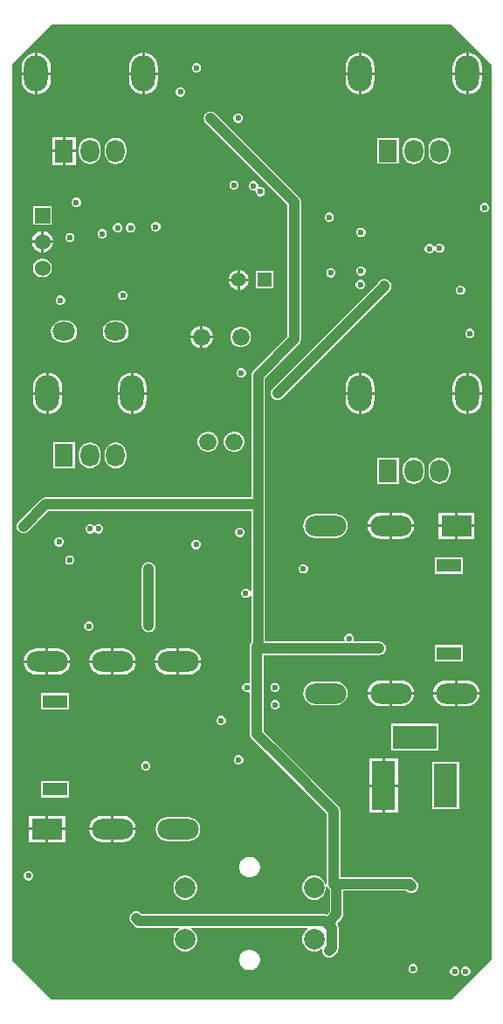
<source format=gbr>
%TF.GenerationSoftware,Altium Limited,Altium Designer,23.4.1 (23)*%
G04 Layer_Physical_Order=3*
G04 Layer_Color=16440176*
%FSLAX26Y26*%
%MOIN*%
%TF.SameCoordinates,0B69EAEB-4B52-49E6-8846-B3B3CADC8916*%
%TF.FilePolarity,Positive*%
%TF.FileFunction,Copper,L3,Inr,Signal*%
%TF.Part,Single*%
G01*
G75*
%TA.AperFunction,Conductor*%
%ADD23C,0.039370*%
%TA.AperFunction,ComponentPad*%
%ADD26C,0.066000*%
%ADD27R,0.094488X0.051181*%
%ADD28O,0.157480X0.078740*%
%ADD29R,0.118110X0.078740*%
%ADD30O,0.086614X0.070866*%
%ADD31O,0.090551X0.137795*%
%ADD32O,0.070866X0.086614*%
%ADD33R,0.070866X0.086614*%
%ADD34C,0.078740*%
%ADD35R,0.055118X0.055118*%
%ADD36C,0.055118*%
%ADD37R,0.090551X0.188976*%
%ADD38R,0.169291X0.090551*%
%ADD39R,0.090551X0.169291*%
%ADD40C,0.060000*%
%ADD41R,0.060000X0.060000*%
%TA.AperFunction,ViaPad*%
%ADD42C,0.023622*%
G36*
X1800988Y3578520D02*
Y161637D01*
X1649386Y10035D01*
X122267Y10035D01*
X-29335Y161637D01*
Y3578520D01*
X122267Y3730122D01*
X1649386Y3730122D01*
X1800988Y3578520D01*
D02*
G37*
%LPC*%
G36*
X1713674Y3622035D02*
Y3548319D01*
X1764427D01*
Y3566941D01*
X1762527Y3581370D01*
X1756957Y3594817D01*
X1748097Y3606364D01*
X1736551Y3615224D01*
X1723104Y3620794D01*
X1713674Y3622035D01*
D02*
G37*
G36*
X477454Y3622035D02*
Y3548319D01*
X528206D01*
Y3566941D01*
X526307Y3581370D01*
X520737Y3594817D01*
X511877Y3606364D01*
X500330Y3615224D01*
X486884Y3620794D01*
X477454Y3622035D01*
D02*
G37*
G36*
X467454Y3622035D02*
X458024Y3620794D01*
X444577Y3615224D01*
X433031Y3606364D01*
X424171Y3594817D01*
X418601Y3581370D01*
X416701Y3566941D01*
Y3548319D01*
X467454D01*
Y3622035D01*
D02*
G37*
G36*
X1703674D02*
X1694244Y3620794D01*
X1680798Y3615224D01*
X1669251Y3606364D01*
X1660391Y3594817D01*
X1654821Y3581370D01*
X1652922Y3566941D01*
Y3548319D01*
X1703674D01*
Y3622035D01*
D02*
G37*
G36*
X1304225D02*
Y3548319D01*
X1354978D01*
Y3566941D01*
X1353078Y3581370D01*
X1347509Y3594817D01*
X1338648Y3606364D01*
X1327102Y3615224D01*
X1313655Y3620794D01*
X1304225Y3622035D01*
D02*
G37*
G36*
X1294225D02*
X1284796Y3620794D01*
X1271349Y3615224D01*
X1259802Y3606364D01*
X1250942Y3594817D01*
X1245372Y3581370D01*
X1243473Y3566941D01*
Y3548319D01*
X1294225D01*
Y3622035D01*
D02*
G37*
G36*
X68005D02*
Y3548319D01*
X118757D01*
Y3566941D01*
X116858Y3581370D01*
X111288Y3594817D01*
X102428Y3606364D01*
X90881Y3615224D01*
X77435Y3620794D01*
X68005Y3622035D01*
D02*
G37*
G36*
X58005D02*
X48575Y3620794D01*
X35129Y3615224D01*
X23582Y3606364D01*
X14722Y3594817D01*
X9152Y3581370D01*
X7252Y3566941D01*
Y3548319D01*
X58005D01*
Y3622035D01*
D02*
G37*
G36*
X678721Y3582677D02*
X671673D01*
X665161Y3579980D01*
X660178Y3574996D01*
X657480Y3568485D01*
Y3561437D01*
X660178Y3554925D01*
X665161Y3549941D01*
X671673Y3547244D01*
X678721D01*
X685232Y3549941D01*
X690216Y3554925D01*
X692913Y3561437D01*
Y3568485D01*
X690216Y3574996D01*
X685232Y3579980D01*
X678721Y3582677D01*
D02*
G37*
G36*
X467454Y3538319D02*
X416701D01*
Y3519697D01*
X418601Y3505267D01*
X424171Y3491820D01*
X433031Y3480274D01*
X444577Y3471414D01*
X458024Y3465844D01*
X467454Y3464602D01*
Y3538319D01*
D02*
G37*
G36*
X1764427D02*
X1713674D01*
Y3464602D01*
X1723104Y3465844D01*
X1736551Y3471414D01*
X1748097Y3480274D01*
X1756957Y3491820D01*
X1762527Y3505267D01*
X1764427Y3519697D01*
Y3538319D01*
D02*
G37*
G36*
X1354978Y3538319D02*
X1304225D01*
Y3464602D01*
X1313655Y3465844D01*
X1327102Y3471414D01*
X1338648Y3480274D01*
X1347509Y3491820D01*
X1353078Y3505267D01*
X1354978Y3519697D01*
Y3538319D01*
D02*
G37*
G36*
X1294225D02*
X1243473D01*
Y3519697D01*
X1245372Y3505267D01*
X1250942Y3491820D01*
X1259802Y3480274D01*
X1271349Y3471414D01*
X1284796Y3465844D01*
X1294225Y3464602D01*
Y3538319D01*
D02*
G37*
G36*
X118757D02*
X68005D01*
Y3464602D01*
X77435Y3465844D01*
X90881Y3471414D01*
X102428Y3480274D01*
X111288Y3491820D01*
X116858Y3505267D01*
X118757Y3519697D01*
Y3538319D01*
D02*
G37*
G36*
X58005D02*
X7252D01*
Y3519697D01*
X9152Y3505267D01*
X14722Y3491820D01*
X23582Y3480274D01*
X35129Y3471414D01*
X48575Y3465844D01*
X58005Y3464602D01*
Y3538319D01*
D02*
G37*
G36*
X1703674Y3538319D02*
X1652922D01*
Y3519697D01*
X1654821Y3505267D01*
X1660391Y3491820D01*
X1669251Y3480274D01*
X1680798Y3471414D01*
X1694244Y3465844D01*
X1703674Y3464602D01*
Y3538319D01*
D02*
G37*
G36*
X528206D02*
X477454D01*
Y3464602D01*
X486884Y3465844D01*
X500330Y3471414D01*
X511877Y3480274D01*
X520737Y3491820D01*
X526307Y3505267D01*
X528206Y3519697D01*
Y3538319D01*
D02*
G37*
G36*
X617697Y3490157D02*
X610649D01*
X604138Y3487460D01*
X599154Y3482477D01*
X596457Y3475965D01*
Y3468917D01*
X599154Y3462405D01*
X604138Y3457422D01*
X610649Y3454724D01*
X617697D01*
X624209Y3457422D01*
X629192Y3462405D01*
X631890Y3468917D01*
Y3475965D01*
X629192Y3482477D01*
X624209Y3487460D01*
X617697Y3490157D01*
D02*
G37*
G36*
X837185Y3390748D02*
X830137D01*
X823626Y3388051D01*
X818642Y3383067D01*
X815945Y3376555D01*
Y3369508D01*
X818642Y3362996D01*
X823626Y3358012D01*
X830137Y3355315D01*
X837185D01*
X843697Y3358012D01*
X848681Y3362996D01*
X851378Y3369508D01*
Y3376555D01*
X848681Y3383067D01*
X843697Y3388051D01*
X837185Y3390748D01*
D02*
G37*
G36*
X214737Y3301350D02*
X174304D01*
Y3253043D01*
X214737D01*
Y3301350D01*
D02*
G37*
G36*
X164304D02*
X123871D01*
Y3253043D01*
X164304D01*
Y3301350D01*
D02*
G37*
G36*
X1446863Y3297256D02*
X1364186D01*
Y3198831D01*
X1446863D01*
Y3297256D01*
D02*
G37*
G36*
X1602375Y3297612D02*
X1591584Y3296192D01*
X1581527Y3292026D01*
X1572892Y3285400D01*
X1566266Y3276765D01*
X1562101Y3266709D01*
X1560680Y3255917D01*
Y3240169D01*
X1562101Y3229378D01*
X1566266Y3219321D01*
X1572892Y3210686D01*
X1581527Y3204060D01*
X1591584Y3199894D01*
X1602375Y3198474D01*
X1613167Y3199894D01*
X1623223Y3204060D01*
X1631858Y3210686D01*
X1638484Y3219321D01*
X1642650Y3229378D01*
X1644070Y3240169D01*
Y3255917D01*
X1642650Y3266709D01*
X1638484Y3276765D01*
X1631858Y3285400D01*
X1623223Y3292026D01*
X1613167Y3296192D01*
X1602375Y3297612D01*
D02*
G37*
G36*
X1503950D02*
X1493158Y3296192D01*
X1483102Y3292026D01*
X1474467Y3285400D01*
X1467841Y3276765D01*
X1463675Y3266709D01*
X1462255Y3255917D01*
Y3240169D01*
X1463675Y3229378D01*
X1467841Y3219321D01*
X1474467Y3210686D01*
X1483102Y3204060D01*
X1493158Y3199894D01*
X1503950Y3198474D01*
X1514741Y3199894D01*
X1524797Y3204060D01*
X1533433Y3210686D01*
X1540059Y3219321D01*
X1544224Y3229378D01*
X1545645Y3240169D01*
Y3255917D01*
X1544224Y3266709D01*
X1540059Y3276765D01*
X1533433Y3285400D01*
X1524797Y3292026D01*
X1514741Y3296192D01*
X1503950Y3297612D01*
D02*
G37*
G36*
X366155D02*
X355363Y3296192D01*
X345307Y3292026D01*
X336672Y3285400D01*
X330046Y3276765D01*
X325880Y3266709D01*
X324459Y3255917D01*
Y3240169D01*
X325880Y3229378D01*
X330046Y3219321D01*
X336672Y3210686D01*
X345307Y3204060D01*
X355363Y3199894D01*
X366155Y3198474D01*
X376946Y3199894D01*
X387002Y3204060D01*
X395638Y3210686D01*
X402264Y3219321D01*
X406429Y3229378D01*
X407850Y3240169D01*
Y3255917D01*
X406429Y3266709D01*
X402264Y3276765D01*
X395638Y3285400D01*
X387002Y3292026D01*
X376946Y3296192D01*
X366155Y3297612D01*
D02*
G37*
G36*
X267729D02*
X256938Y3296192D01*
X246882Y3292026D01*
X238246Y3285400D01*
X231620Y3276765D01*
X227455Y3266709D01*
X226034Y3255917D01*
Y3240169D01*
X227455Y3229378D01*
X231620Y3219321D01*
X238246Y3210686D01*
X246882Y3204060D01*
X256938Y3199894D01*
X267729Y3198474D01*
X278521Y3199894D01*
X288577Y3204060D01*
X297212Y3210686D01*
X303839Y3219321D01*
X308004Y3229378D01*
X309425Y3240169D01*
Y3255917D01*
X308004Y3266709D01*
X303839Y3276765D01*
X297212Y3285400D01*
X288577Y3292026D01*
X278521Y3296192D01*
X267729Y3297612D01*
D02*
G37*
G36*
X214737Y3243043D02*
X174304D01*
Y3194736D01*
X214737D01*
Y3243043D01*
D02*
G37*
G36*
X164304D02*
X123871D01*
Y3194736D01*
X164304D01*
Y3243043D01*
D02*
G37*
G36*
X821437Y3134843D02*
X814389D01*
X807878Y3132145D01*
X802894Y3127162D01*
X800197Y3120650D01*
Y3113602D01*
X802894Y3107090D01*
X807878Y3102107D01*
X814389Y3099410D01*
X821437D01*
X827949Y3102107D01*
X832933Y3107090D01*
X835630Y3113602D01*
Y3120650D01*
X832933Y3127162D01*
X827949Y3132145D01*
X821437Y3134843D01*
D02*
G37*
G36*
X896240Y3132874D02*
X889192D01*
X882681Y3130177D01*
X877697Y3125193D01*
X875000Y3118682D01*
Y3111633D01*
X877697Y3105122D01*
X882681Y3100138D01*
X889192Y3097441D01*
X895971D01*
X896395Y3097313D01*
X900591Y3093831D01*
Y3088996D01*
X903288Y3082484D01*
X908271Y3077500D01*
X914783Y3074803D01*
X921831D01*
X928343Y3077500D01*
X933326Y3082484D01*
X936024Y3088996D01*
Y3096044D01*
X933326Y3102555D01*
X928343Y3107539D01*
X921831Y3110236D01*
X915052D01*
X914629Y3110364D01*
X910433Y3113846D01*
Y3118682D01*
X907736Y3125193D01*
X902752Y3130177D01*
X896240Y3132874D01*
D02*
G37*
G36*
X220059Y3068898D02*
X213011D01*
X206500Y3066200D01*
X201516Y3061217D01*
X198819Y3054705D01*
Y3047657D01*
X201516Y3041146D01*
X206500Y3036162D01*
X213011Y3033465D01*
X220059D01*
X226571Y3036162D01*
X231555Y3041146D01*
X234252Y3047657D01*
Y3054705D01*
X231555Y3061217D01*
X226571Y3066200D01*
X220059Y3068898D01*
D02*
G37*
G36*
X1778130Y3049213D02*
X1771082D01*
X1764571Y3046515D01*
X1759587Y3041532D01*
X1756890Y3035020D01*
Y3027972D01*
X1759587Y3021461D01*
X1764571Y3016477D01*
X1771082Y3013780D01*
X1778130D01*
X1784642Y3016477D01*
X1789626Y3021461D01*
X1792323Y3027972D01*
Y3035020D01*
X1789626Y3041532D01*
X1784642Y3046515D01*
X1778130Y3049213D01*
D02*
G37*
G36*
X1185611Y3012795D02*
X1178563D01*
X1172051Y3010098D01*
X1167067Y3005114D01*
X1164370Y2998603D01*
Y2991555D01*
X1167067Y2985043D01*
X1172051Y2980059D01*
X1178563Y2977362D01*
X1185611D01*
X1192122Y2980059D01*
X1197106Y2985043D01*
X1199803Y2991555D01*
Y2998603D01*
X1197106Y3005114D01*
X1192122Y3010098D01*
X1185611Y3012795D01*
D02*
G37*
G36*
X122520Y3037480D02*
X50709D01*
Y2965669D01*
X122520D01*
Y3037480D01*
D02*
G37*
G36*
X523209Y2976378D02*
X516161D01*
X509649Y2973681D01*
X504666Y2968697D01*
X501969Y2962185D01*
Y2955137D01*
X504666Y2948626D01*
X509649Y2943642D01*
X516161Y2940945D01*
X523209D01*
X529721Y2943642D01*
X534704Y2948626D01*
X537402Y2955137D01*
Y2962185D01*
X534704Y2968697D01*
X529721Y2973681D01*
X523209Y2976378D01*
D02*
G37*
G36*
X426752Y2972965D02*
X419704D01*
X413193Y2970267D01*
X408209Y2965284D01*
X405512Y2958772D01*
Y2951724D01*
X408209Y2945212D01*
X413193Y2940229D01*
X419704Y2937532D01*
X426752D01*
X433264Y2940229D01*
X438248Y2945212D01*
X440945Y2951724D01*
Y2958772D01*
X438248Y2965284D01*
X433264Y2970267D01*
X426752Y2972965D01*
D02*
G37*
G36*
X377182D02*
X370134D01*
X363622Y2970267D01*
X358639Y2965284D01*
X355942Y2958772D01*
Y2951724D01*
X358639Y2945212D01*
X363622Y2940229D01*
X370134Y2937532D01*
X377182D01*
X383694Y2940229D01*
X388677Y2945212D01*
X391375Y2951724D01*
Y2958772D01*
X388677Y2965284D01*
X383694Y2970267D01*
X377182Y2972965D01*
D02*
G37*
G36*
X1305689Y2954724D02*
X1298641D01*
X1292130Y2952027D01*
X1287146Y2947044D01*
X1284449Y2940532D01*
Y2933484D01*
X1287146Y2926972D01*
X1292130Y2921989D01*
X1298641Y2919291D01*
X1305689D01*
X1312201Y2921989D01*
X1317185Y2926972D01*
X1319882Y2933484D01*
Y2940532D01*
X1317185Y2947044D01*
X1312201Y2952027D01*
X1305689Y2954724D01*
D02*
G37*
G36*
X318485Y2949692D02*
X311437D01*
X304925Y2946994D01*
X299941Y2942011D01*
X297244Y2935499D01*
Y2928451D01*
X299941Y2921939D01*
X304925Y2916956D01*
X311437Y2914259D01*
X318485D01*
X324996Y2916956D01*
X329980Y2921939D01*
X332677Y2928451D01*
Y2935499D01*
X329980Y2942011D01*
X324996Y2946994D01*
X318485Y2949692D01*
D02*
G37*
G36*
X91880Y2941575D02*
X91614D01*
Y2906575D01*
X126614D01*
Y2906841D01*
X123888Y2917014D01*
X118622Y2926135D01*
X111175Y2933583D01*
X102054Y2938849D01*
X91880Y2941575D01*
D02*
G37*
G36*
X81614D02*
X81348D01*
X71175Y2938849D01*
X62054Y2933583D01*
X54606Y2926135D01*
X49340Y2917014D01*
X46614Y2906841D01*
Y2906575D01*
X81614D01*
Y2941575D01*
D02*
G37*
G36*
X195453Y2935039D02*
X188405D01*
X181893Y2932342D01*
X176910Y2927358D01*
X174213Y2920847D01*
Y2913799D01*
X176910Y2907287D01*
X181893Y2902303D01*
X188405Y2899606D01*
X195453D01*
X201965Y2902303D01*
X206948Y2907287D01*
X209646Y2913799D01*
Y2920847D01*
X206948Y2927358D01*
X201965Y2932342D01*
X195453Y2935039D01*
D02*
G37*
G36*
X1605886Y2894685D02*
X1598838D01*
X1592327Y2891988D01*
X1587343Y2887004D01*
X1585468Y2882477D01*
X1580056D01*
X1578996Y2885036D01*
X1574012Y2890019D01*
X1567500Y2892716D01*
X1560452D01*
X1553941Y2890019D01*
X1548957Y2885036D01*
X1546260Y2878524D01*
Y2871476D01*
X1548957Y2864964D01*
X1553941Y2859981D01*
X1560452Y2857284D01*
X1567500D01*
X1574012Y2859981D01*
X1578996Y2864964D01*
X1580871Y2869492D01*
X1586283D01*
X1587343Y2866933D01*
X1592327Y2861949D01*
X1598838Y2859252D01*
X1605886D01*
X1612398Y2861949D01*
X1617381Y2866933D01*
X1620079Y2873445D01*
Y2880492D01*
X1617381Y2887004D01*
X1612398Y2891988D01*
X1605886Y2894685D01*
D02*
G37*
G36*
X126614Y2896575D02*
X91614D01*
Y2861575D01*
X91880D01*
X102054Y2864301D01*
X111175Y2869567D01*
X118622Y2877014D01*
X123888Y2886135D01*
X126614Y2896309D01*
Y2896575D01*
D02*
G37*
G36*
X81614D02*
X46614D01*
Y2896309D01*
X49340Y2886135D01*
X54606Y2877014D01*
X62054Y2869567D01*
X71175Y2864301D01*
X81348Y2861575D01*
X81614D01*
Y2896575D01*
D02*
G37*
G36*
X1306181Y2806947D02*
X1299133D01*
X1292622Y2804250D01*
X1287638Y2799266D01*
X1284941Y2792754D01*
Y2785706D01*
X1287638Y2779195D01*
X1292622Y2774211D01*
X1299133Y2771514D01*
X1306181D01*
X1312693Y2774211D01*
X1317677Y2779195D01*
X1320374Y2785706D01*
Y2792754D01*
X1317677Y2799266D01*
X1312693Y2804250D01*
X1306181Y2806947D01*
D02*
G37*
G36*
X91341Y2837480D02*
X81887D01*
X72755Y2835033D01*
X64568Y2830306D01*
X57883Y2823621D01*
X53156Y2815434D01*
X50709Y2806302D01*
Y2796848D01*
X53156Y2787716D01*
X57883Y2779528D01*
X64568Y2772843D01*
X72755Y2768116D01*
X81887Y2765669D01*
X91341D01*
X100473Y2768116D01*
X108661Y2772843D01*
X115346Y2779528D01*
X120073Y2787716D01*
X122520Y2796848D01*
Y2806302D01*
X120073Y2815434D01*
X115346Y2823621D01*
X108661Y2830306D01*
X100473Y2835033D01*
X91341Y2837480D01*
D02*
G37*
G36*
X1191516Y2800197D02*
X1184468D01*
X1177957Y2797500D01*
X1172973Y2792516D01*
X1170276Y2786004D01*
Y2778956D01*
X1172973Y2772445D01*
X1177957Y2767461D01*
X1184468Y2764764D01*
X1191516D01*
X1198028Y2767461D01*
X1203011Y2772445D01*
X1205709Y2778956D01*
Y2786004D01*
X1203011Y2792516D01*
X1198028Y2797500D01*
X1191516Y2800197D01*
D02*
G37*
G36*
X840827Y2793450D02*
Y2760905D01*
X873371D01*
X870826Y2770403D01*
X865881Y2778967D01*
X858889Y2785960D01*
X850324Y2790905D01*
X840827Y2793450D01*
D02*
G37*
G36*
X830827D02*
X821330Y2790905D01*
X812765Y2785960D01*
X805772Y2778967D01*
X800827Y2770403D01*
X798283Y2760905D01*
X830827D01*
Y2793450D01*
D02*
G37*
G36*
X969291Y2789370D02*
X902362D01*
Y2722441D01*
X969291D01*
Y2789370D01*
D02*
G37*
G36*
X1303721Y2755905D02*
X1296673D01*
X1290161Y2753208D01*
X1285178Y2748225D01*
X1282480Y2741713D01*
Y2734665D01*
X1285178Y2728153D01*
X1290161Y2723170D01*
X1296673Y2720472D01*
X1303721D01*
X1310233Y2723170D01*
X1315216Y2728153D01*
X1317913Y2734665D01*
Y2741713D01*
X1315216Y2748225D01*
X1310233Y2753208D01*
X1303721Y2755905D01*
D02*
G37*
G36*
X873371Y2750905D02*
X840827D01*
Y2718361D01*
X850324Y2720906D01*
X858889Y2725851D01*
X865881Y2732844D01*
X870826Y2741408D01*
X873371Y2750905D01*
D02*
G37*
G36*
X830827D02*
X798283D01*
X800827Y2741408D01*
X805772Y2732844D01*
X812765Y2725851D01*
X821330Y2720906D01*
X830827Y2718361D01*
Y2750905D01*
D02*
G37*
G36*
X1686595Y2734252D02*
X1679547D01*
X1673035Y2731555D01*
X1668052Y2726571D01*
X1665354Y2720059D01*
Y2713011D01*
X1668052Y2706500D01*
X1673035Y2701516D01*
X1679547Y2698819D01*
X1686595D01*
X1693107Y2701516D01*
X1698090Y2706500D01*
X1700787Y2713011D01*
Y2720059D01*
X1698090Y2726571D01*
X1693107Y2731555D01*
X1686595Y2734252D01*
D02*
G37*
G36*
X397225Y2714567D02*
X390177D01*
X383665Y2711870D01*
X378682Y2706886D01*
X375984Y2700374D01*
Y2693326D01*
X378682Y2686815D01*
X383665Y2681831D01*
X390177Y2679134D01*
X397225D01*
X403736Y2681831D01*
X408720Y2686815D01*
X411417Y2693326D01*
Y2700374D01*
X408720Y2706886D01*
X403736Y2711870D01*
X397225Y2714567D01*
D02*
G37*
G36*
X159033Y2695863D02*
X151985D01*
X145474Y2693166D01*
X140490Y2688183D01*
X137793Y2681671D01*
Y2674623D01*
X140490Y2668111D01*
X145474Y2663128D01*
X151985Y2660430D01*
X159033D01*
X165545Y2663128D01*
X170529Y2668111D01*
X173226Y2674623D01*
Y2681671D01*
X170529Y2688183D01*
X165545Y2693166D01*
X159033Y2695863D01*
D02*
G37*
G36*
X699362Y2581583D02*
X698701D01*
Y2543583D01*
X736701D01*
Y2544244D01*
X733770Y2555180D01*
X728109Y2564985D01*
X720103Y2572991D01*
X710298Y2578652D01*
X699362Y2581583D01*
D02*
G37*
G36*
X688701D02*
X688040D01*
X677103Y2578652D01*
X667298Y2572991D01*
X659292Y2564985D01*
X653631Y2555180D01*
X650701Y2544244D01*
Y2543583D01*
X688701D01*
Y2581583D01*
D02*
G37*
G36*
X1722028Y2568898D02*
X1714980D01*
X1708468Y2566200D01*
X1703485Y2561217D01*
X1700787Y2554705D01*
Y2547657D01*
X1703485Y2541146D01*
X1708468Y2536162D01*
X1714980Y2533465D01*
X1722028D01*
X1728540Y2536162D01*
X1733523Y2541146D01*
X1736220Y2547657D01*
Y2554705D01*
X1733523Y2561217D01*
X1728540Y2566200D01*
X1722028Y2568898D01*
D02*
G37*
G36*
X374016Y2600750D02*
X358268D01*
X347476Y2599330D01*
X337420Y2595164D01*
X328785Y2588538D01*
X322159Y2579903D01*
X317993Y2569847D01*
X316572Y2559055D01*
X317993Y2548264D01*
X322159Y2538207D01*
X328785Y2529572D01*
X337420Y2522946D01*
X347476Y2518781D01*
X358268Y2517360D01*
X374016D01*
X384807Y2518781D01*
X394863Y2522946D01*
X403499Y2529572D01*
X410125Y2538207D01*
X414290Y2548264D01*
X415711Y2559055D01*
X414290Y2569847D01*
X410125Y2579903D01*
X403499Y2588538D01*
X394863Y2595164D01*
X384807Y2599330D01*
X374016Y2600750D01*
D02*
G37*
G36*
X177165D02*
X161417D01*
X150626Y2599330D01*
X140570Y2595164D01*
X131934Y2588538D01*
X125308Y2579903D01*
X121143Y2569847D01*
X119722Y2559055D01*
X121143Y2548264D01*
X125308Y2538207D01*
X131934Y2529572D01*
X140570Y2522946D01*
X150626Y2518781D01*
X161417Y2517360D01*
X177165D01*
X187957Y2518781D01*
X198013Y2522946D01*
X206648Y2529572D01*
X213274Y2538207D01*
X217440Y2548264D01*
X218861Y2559055D01*
X217440Y2569847D01*
X213274Y2579903D01*
X206648Y2588538D01*
X198013Y2595164D01*
X187957Y2599330D01*
X177165Y2600750D01*
D02*
G37*
G36*
X848823Y2577488D02*
X838579D01*
X828684Y2574837D01*
X819812Y2569715D01*
X812569Y2562471D01*
X807447Y2553600D01*
X804795Y2543705D01*
Y2533461D01*
X807447Y2523566D01*
X812569Y2514694D01*
X819812Y2507451D01*
X828684Y2502329D01*
X838579Y2499677D01*
X848823D01*
X858718Y2502329D01*
X867589Y2507451D01*
X874833Y2514694D01*
X879955Y2523566D01*
X882606Y2533461D01*
Y2543705D01*
X879955Y2553600D01*
X874833Y2562471D01*
X867589Y2569715D01*
X858718Y2574837D01*
X848823Y2577488D01*
D02*
G37*
G36*
X736701Y2533583D02*
X698701D01*
Y2495583D01*
X699362D01*
X710298Y2498513D01*
X720103Y2504174D01*
X728109Y2512180D01*
X733770Y2521985D01*
X736701Y2532922D01*
Y2533583D01*
D02*
G37*
G36*
X688701D02*
X650701D01*
Y2532922D01*
X653631Y2521985D01*
X659292Y2512180D01*
X667298Y2504174D01*
X677103Y2498513D01*
X688040Y2495583D01*
X688701D01*
Y2533583D01*
D02*
G37*
G36*
X849981Y2419291D02*
X842933D01*
X836421Y2416594D01*
X831437Y2411610D01*
X828740Y2405099D01*
Y2398051D01*
X831437Y2391539D01*
X836421Y2386555D01*
X842933Y2383858D01*
X849981D01*
X856492Y2386555D01*
X861476Y2391539D01*
X864173Y2398051D01*
Y2405099D01*
X861476Y2411610D01*
X856492Y2416594D01*
X849981Y2419291D01*
D02*
G37*
G36*
X434134Y2401562D02*
Y2327847D01*
X484886D01*
Y2346468D01*
X482987Y2360898D01*
X477417Y2374345D01*
X468557Y2385891D01*
X457010Y2394751D01*
X443564Y2400321D01*
X434134Y2401562D01*
D02*
G37*
G36*
X1713674D02*
Y2327847D01*
X1764427D01*
Y2346468D01*
X1762527Y2360898D01*
X1756957Y2374345D01*
X1748097Y2385891D01*
X1736551Y2394751D01*
X1723104Y2400321D01*
X1713674Y2401562D01*
D02*
G37*
G36*
X424134D02*
X414704Y2400321D01*
X401257Y2394751D01*
X389711Y2385891D01*
X380851Y2374345D01*
X375281Y2360898D01*
X373381Y2346468D01*
Y2327847D01*
X424134D01*
Y2401562D01*
D02*
G37*
G36*
X1703674D02*
X1694244Y2400321D01*
X1680798Y2394751D01*
X1669251Y2385891D01*
X1660391Y2374345D01*
X1654821Y2360898D01*
X1652922Y2346468D01*
Y2327847D01*
X1703674D01*
Y2401562D01*
D02*
G37*
G36*
X1304225D02*
Y2327846D01*
X1354978D01*
Y2346468D01*
X1353078Y2360898D01*
X1347509Y2374345D01*
X1338648Y2385891D01*
X1327102Y2394751D01*
X1313655Y2400321D01*
X1304225Y2401562D01*
D02*
G37*
G36*
X1294225D02*
X1284796Y2400321D01*
X1271349Y2394751D01*
X1259802Y2385891D01*
X1250942Y2374345D01*
X1245372Y2360898D01*
X1243473Y2346468D01*
Y2327846D01*
X1294225D01*
Y2401562D01*
D02*
G37*
G36*
X111299D02*
Y2327846D01*
X162052D01*
Y2346468D01*
X160152Y2360898D01*
X154582Y2374345D01*
X145722Y2385891D01*
X134175Y2394751D01*
X120729Y2400321D01*
X111299Y2401562D01*
D02*
G37*
G36*
X101299D02*
X91869Y2400321D01*
X78423Y2394751D01*
X66876Y2385891D01*
X58016Y2374345D01*
X52446Y2360898D01*
X50547Y2346468D01*
Y2327846D01*
X101299D01*
Y2401562D01*
D02*
G37*
G36*
X1391732Y2759079D02*
X1385052Y2758200D01*
X1378827Y2755621D01*
X1373481Y2751519D01*
X1369379Y2746173D01*
X1368171Y2743256D01*
X966001Y2341086D01*
X961899Y2335740D01*
X959320Y2329515D01*
X958441Y2322835D01*
X959320Y2316154D01*
X961899Y2309929D01*
X966001Y2304583D01*
X971346Y2300481D01*
X977572Y2297903D01*
X984252Y2297023D01*
X990933Y2297903D01*
X997158Y2300481D01*
X1002503Y2304583D01*
X1409984Y2712064D01*
X1414086Y2717409D01*
X1416664Y2723634D01*
X1417544Y2730315D01*
Y2733268D01*
X1416664Y2739948D01*
X1414085Y2746173D01*
X1409984Y2751519D01*
X1404638Y2755621D01*
X1398413Y2758200D01*
X1391732Y2759079D01*
D02*
G37*
G36*
X1764427Y2317847D02*
X1713674D01*
Y2244130D01*
X1723104Y2245371D01*
X1736551Y2250941D01*
X1748097Y2259801D01*
X1756957Y2271348D01*
X1762527Y2284794D01*
X1764427Y2299224D01*
Y2317847D01*
D02*
G37*
G36*
X484886D02*
X434134D01*
Y2244130D01*
X443564Y2245371D01*
X457010Y2250941D01*
X468557Y2259801D01*
X477417Y2271348D01*
X482987Y2284794D01*
X484886Y2299224D01*
Y2317847D01*
D02*
G37*
G36*
X1354978Y2317846D02*
X1304225D01*
Y2244130D01*
X1313655Y2245371D01*
X1327102Y2250941D01*
X1338648Y2259801D01*
X1347509Y2271348D01*
X1353078Y2284794D01*
X1354978Y2299224D01*
Y2317846D01*
D02*
G37*
G36*
X1294225D02*
X1243473D01*
Y2299224D01*
X1245372Y2284794D01*
X1250942Y2271348D01*
X1259802Y2259801D01*
X1271349Y2250941D01*
X1284796Y2245371D01*
X1294225Y2244130D01*
Y2317846D01*
D02*
G37*
G36*
X162052D02*
X111299D01*
Y2244130D01*
X120729Y2245371D01*
X134175Y2250941D01*
X145722Y2259801D01*
X154582Y2271348D01*
X160152Y2284794D01*
X162052Y2299224D01*
Y2317846D01*
D02*
G37*
G36*
X101299D02*
X50547D01*
Y2299224D01*
X52446Y2284794D01*
X58016Y2271348D01*
X66876Y2259801D01*
X78423Y2250941D01*
X91869Y2245371D01*
X101299Y2244130D01*
Y2317846D01*
D02*
G37*
G36*
X1703674Y2317847D02*
X1652922D01*
Y2299224D01*
X1654821Y2284794D01*
X1660391Y2271348D01*
X1669251Y2259801D01*
X1680798Y2250941D01*
X1694244Y2245371D01*
X1703674Y2244130D01*
Y2317847D01*
D02*
G37*
G36*
X424134D02*
X373381D01*
Y2299224D01*
X375281Y2284794D01*
X380851Y2271348D01*
X389711Y2259801D01*
X401257Y2250941D01*
X414704Y2245371D01*
X424134Y2244130D01*
Y2317847D01*
D02*
G37*
G36*
X823823Y2177488D02*
X813579D01*
X803684Y2174837D01*
X794812Y2169715D01*
X787569Y2162471D01*
X782447Y2153600D01*
X779795Y2143705D01*
Y2133461D01*
X782447Y2123566D01*
X787569Y2114694D01*
X794812Y2107451D01*
X803684Y2102329D01*
X813579Y2099677D01*
X823823D01*
X833718Y2102329D01*
X842589Y2107451D01*
X849833Y2114694D01*
X854955Y2123566D01*
X857606Y2133461D01*
Y2143705D01*
X854955Y2153600D01*
X849833Y2162471D01*
X842589Y2169715D01*
X833718Y2174837D01*
X823823Y2177488D01*
D02*
G37*
G36*
X723823D02*
X713579D01*
X703684Y2174837D01*
X694812Y2169715D01*
X687569Y2162471D01*
X682447Y2153600D01*
X679795Y2143705D01*
Y2133461D01*
X682447Y2123566D01*
X687569Y2114694D01*
X694812Y2107451D01*
X703684Y2102329D01*
X713579Y2099677D01*
X723823D01*
X733718Y2102329D01*
X742589Y2107451D01*
X749833Y2114694D01*
X754955Y2123566D01*
X757606Y2133461D01*
Y2143705D01*
X754955Y2153600D01*
X749833Y2162471D01*
X742589Y2169715D01*
X733718Y2174837D01*
X723823Y2177488D01*
D02*
G37*
G36*
X210643Y2135827D02*
X127966D01*
Y2037401D01*
X210643D01*
Y2135827D01*
D02*
G37*
G36*
X366155Y2136183D02*
X355363Y2134763D01*
X345307Y2130597D01*
X336672Y2123971D01*
X330046Y2115336D01*
X325880Y2105280D01*
X324459Y2094488D01*
Y2078740D01*
X325880Y2067948D01*
X330046Y2057892D01*
X336672Y2049257D01*
X345307Y2042631D01*
X355363Y2038466D01*
X366155Y2037045D01*
X376946Y2038466D01*
X387002Y2042631D01*
X395638Y2049257D01*
X402264Y2057892D01*
X406429Y2067948D01*
X407850Y2078740D01*
Y2094488D01*
X406429Y2105280D01*
X402264Y2115336D01*
X395638Y2123971D01*
X387002Y2130597D01*
X376946Y2134763D01*
X366155Y2136183D01*
D02*
G37*
G36*
X267716D02*
X256925Y2134763D01*
X246869Y2130597D01*
X238233Y2123971D01*
X231607Y2115336D01*
X227442Y2105280D01*
X226021Y2094488D01*
Y2078740D01*
X227442Y2067948D01*
X231607Y2057892D01*
X238233Y2049257D01*
X246869Y2042631D01*
X256925Y2038466D01*
X267716Y2037045D01*
X278508Y2038466D01*
X288564Y2042631D01*
X297200Y2049257D01*
X303826Y2057892D01*
X307991Y2067948D01*
X309412Y2078740D01*
Y2094488D01*
X307991Y2105280D01*
X303826Y2115336D01*
X297200Y2123971D01*
X288564Y2130597D01*
X278508Y2134763D01*
X267716Y2136183D01*
D02*
G37*
G36*
X1446863Y2076783D02*
X1364186D01*
Y1978358D01*
X1446863D01*
Y2076783D01*
D02*
G37*
G36*
X1602375Y2077140D02*
X1591584Y2075719D01*
X1581527Y2071554D01*
X1572892Y2064928D01*
X1566266Y2056292D01*
X1562101Y2046236D01*
X1560680Y2035445D01*
Y2019697D01*
X1562101Y2008905D01*
X1566266Y1998849D01*
X1572892Y1990214D01*
X1581527Y1983587D01*
X1591584Y1979422D01*
X1602375Y1978001D01*
X1613167Y1979422D01*
X1623223Y1983587D01*
X1631858Y1990214D01*
X1638484Y1998849D01*
X1642650Y2008905D01*
X1644070Y2019697D01*
Y2035445D01*
X1642650Y2046236D01*
X1638484Y2056292D01*
X1631858Y2064928D01*
X1623223Y2071554D01*
X1613167Y2075719D01*
X1602375Y2077140D01*
D02*
G37*
G36*
X1503950D02*
X1493158Y2075719D01*
X1483102Y2071554D01*
X1474467Y2064928D01*
X1467841Y2056292D01*
X1463675Y2046236D01*
X1462255Y2035445D01*
Y2019697D01*
X1463675Y2008905D01*
X1467841Y1998849D01*
X1474467Y1990214D01*
X1483102Y1983587D01*
X1493158Y1979422D01*
X1503950Y1978001D01*
X1514741Y1979422D01*
X1524797Y1983587D01*
X1533433Y1990214D01*
X1540059Y1998849D01*
X1544224Y2008905D01*
X1545645Y2019697D01*
Y2035445D01*
X1544224Y2046236D01*
X1540059Y2056292D01*
X1533433Y2064928D01*
X1524797Y2071554D01*
X1514741Y2075719D01*
X1503950Y2077140D01*
D02*
G37*
G36*
X1736378Y1866890D02*
X1672323D01*
Y1822520D01*
X1736378D01*
Y1866890D01*
D02*
G37*
G36*
X1662323D02*
X1598268D01*
Y1822520D01*
X1662323D01*
Y1866890D01*
D02*
G37*
G36*
X1456693Y1867316D02*
X1422323D01*
Y1822520D01*
X1505831D01*
X1504792Y1830408D01*
X1499818Y1842418D01*
X1491904Y1852731D01*
X1481591Y1860644D01*
X1469581Y1865619D01*
X1456693Y1867316D01*
D02*
G37*
G36*
X1412323D02*
X1377953D01*
X1365065Y1865619D01*
X1353055Y1860644D01*
X1342742Y1852731D01*
X1334828Y1842418D01*
X1329854Y1830408D01*
X1328815Y1822520D01*
X1412323D01*
Y1867316D01*
D02*
G37*
G36*
X303980Y1824078D02*
X296932D01*
X290421Y1821381D01*
X288207Y1819168D01*
X285203Y1816569D01*
X281675Y1819168D01*
X279721Y1821122D01*
X273209Y1823819D01*
X266161D01*
X259649Y1821122D01*
X254666Y1816138D01*
X251969Y1809626D01*
Y1802578D01*
X254666Y1796067D01*
X259649Y1791083D01*
X266161Y1788386D01*
X273209D01*
X279721Y1791083D01*
X281934Y1793296D01*
X284938Y1795895D01*
X288467Y1793296D01*
X290421Y1791342D01*
X296932Y1788645D01*
X303980D01*
X310492Y1791342D01*
X315475Y1796326D01*
X318173Y1802838D01*
Y1809886D01*
X315475Y1816397D01*
X310492Y1821381D01*
X303980Y1824078D01*
D02*
G37*
G36*
X844075Y1810039D02*
X837027D01*
X830516Y1807342D01*
X825532Y1802358D01*
X822835Y1795847D01*
Y1788799D01*
X825532Y1782287D01*
X830516Y1777303D01*
X837027Y1774606D01*
X844075D01*
X850587Y1777303D01*
X855571Y1782287D01*
X858268Y1788799D01*
Y1795847D01*
X855571Y1802358D01*
X850587Y1807342D01*
X844075Y1810039D01*
D02*
G37*
G36*
X1206693Y1863186D02*
X1127953D01*
X1116134Y1861630D01*
X1105120Y1857068D01*
X1095662Y1849811D01*
X1088405Y1840353D01*
X1083843Y1829339D01*
X1082287Y1817520D01*
X1083843Y1805700D01*
X1088405Y1794687D01*
X1095662Y1785229D01*
X1105120Y1777972D01*
X1116134Y1773409D01*
X1127953Y1771853D01*
X1206693D01*
X1218512Y1773409D01*
X1229526Y1777972D01*
X1238984Y1785229D01*
X1246241Y1794687D01*
X1250803Y1805700D01*
X1252359Y1817520D01*
X1250803Y1829339D01*
X1246241Y1840353D01*
X1238984Y1849811D01*
X1229526Y1857068D01*
X1218512Y1861630D01*
X1206693Y1863186D01*
D02*
G37*
G36*
X1736378Y1812520D02*
X1672323D01*
Y1768150D01*
X1736378D01*
Y1812520D01*
D02*
G37*
G36*
X1662323D02*
X1598268D01*
Y1768150D01*
X1662323D01*
Y1812520D01*
D02*
G37*
G36*
X1505831D02*
X1422323D01*
Y1767724D01*
X1456693D01*
X1469581Y1769420D01*
X1481591Y1774395D01*
X1491904Y1782309D01*
X1499818Y1792622D01*
X1504792Y1804631D01*
X1505831Y1812520D01*
D02*
G37*
G36*
X1412323D02*
X1328815D01*
X1329854Y1804631D01*
X1334828Y1792622D01*
X1342742Y1782309D01*
X1353055Y1774395D01*
X1365065Y1769420D01*
X1377953Y1767724D01*
X1412323D01*
Y1812520D01*
D02*
G37*
G36*
X154115Y1773622D02*
X147067D01*
X140555Y1770925D01*
X135571Y1765941D01*
X132874Y1759429D01*
Y1752381D01*
X135571Y1745870D01*
X140555Y1740886D01*
X147067Y1738189D01*
X154115D01*
X160626Y1740886D01*
X165610Y1745870D01*
X168307Y1752381D01*
Y1759429D01*
X165610Y1765941D01*
X160626Y1770925D01*
X154115Y1773622D01*
D02*
G37*
G36*
X676752Y1763780D02*
X669704D01*
X663193Y1761082D01*
X658209Y1756099D01*
X655512Y1749587D01*
Y1742539D01*
X658209Y1736027D01*
X663193Y1731044D01*
X669704Y1728347D01*
X676752D01*
X683264Y1731044D01*
X688248Y1736027D01*
X690945Y1742539D01*
Y1749587D01*
X688248Y1756099D01*
X683264Y1761082D01*
X676752Y1763780D01*
D02*
G37*
G36*
X194469Y1704724D02*
X187421D01*
X180909Y1702027D01*
X175926Y1697043D01*
X173228Y1690532D01*
Y1683484D01*
X175926Y1676972D01*
X180909Y1671989D01*
X187421Y1669291D01*
X194469D01*
X200981Y1671989D01*
X205964Y1676972D01*
X208661Y1683484D01*
Y1690532D01*
X205964Y1697043D01*
X200981Y1702027D01*
X194469Y1704724D01*
D02*
G37*
G36*
X1086201Y1671260D02*
X1079153D01*
X1072642Y1668563D01*
X1067658Y1663579D01*
X1064961Y1657067D01*
Y1650019D01*
X1067658Y1643508D01*
X1072642Y1638524D01*
X1079153Y1635827D01*
X1086201D01*
X1092713Y1638524D01*
X1097697Y1643508D01*
X1100394Y1650019D01*
Y1657067D01*
X1097697Y1663579D01*
X1092713Y1668563D01*
X1086201Y1671260D01*
D02*
G37*
G36*
X1690945Y1696850D02*
X1584646D01*
Y1633858D01*
X1690945D01*
Y1696850D01*
D02*
G37*
G36*
X728346Y3398351D02*
X721666Y3397471D01*
X715441Y3394893D01*
X710095Y3390791D01*
X705993Y3385445D01*
X703415Y3379220D01*
X702535Y3372539D01*
X703415Y3365859D01*
X705993Y3359634D01*
X710095Y3354288D01*
X1022417Y3041966D01*
Y2540219D01*
X891914Y2409716D01*
X887812Y2404370D01*
X885234Y2398145D01*
X884354Y2391465D01*
Y1925418D01*
X99409D01*
X92729Y1924538D01*
X86504Y1921960D01*
X81158Y1917858D01*
X-3487Y1833212D01*
X-7590Y1827866D01*
X-10168Y1821641D01*
X-11047Y1814961D01*
X-10168Y1808280D01*
X-7590Y1802055D01*
X-3487Y1796709D01*
X1858Y1792607D01*
X8083Y1790029D01*
X14764Y1789149D01*
X21444Y1790029D01*
X27669Y1792607D01*
X33015Y1796709D01*
X110101Y1873795D01*
X884354D01*
Y1696362D01*
X884130Y1694658D01*
Y1568845D01*
X879130Y1567851D01*
X878208Y1570075D01*
X873225Y1575059D01*
X866713Y1577756D01*
X859665D01*
X853153Y1575059D01*
X848170Y1570075D01*
X845472Y1563563D01*
Y1556515D01*
X848170Y1550004D01*
X853153Y1545020D01*
X859665Y1542323D01*
X866713D01*
X873225Y1545020D01*
X878208Y1550004D01*
X879130Y1552228D01*
X884130Y1551234D01*
Y1371261D01*
X882174Y1368713D01*
X879596Y1362488D01*
X878716Y1355807D01*
Y1220575D01*
X873716Y1217234D01*
X870650Y1218504D01*
X863602D01*
X857090Y1215807D01*
X852107Y1210823D01*
X849409Y1204311D01*
Y1197263D01*
X852107Y1190752D01*
X857090Y1185768D01*
X863602Y1183071D01*
X870650D01*
X873716Y1184341D01*
X878716Y1181000D01*
Y1024606D01*
X879596Y1017926D01*
X882174Y1011701D01*
X886276Y1006355D01*
X985426Y907205D01*
X985427Y907205D01*
X1172023Y720608D01*
Y451772D01*
X1167087Y451196D01*
X1166206Y454484D01*
X1160245Y464808D01*
X1151816Y473237D01*
X1141492Y479198D01*
X1129976Y482284D01*
X1118055D01*
X1106540Y479198D01*
X1096216Y473237D01*
X1087786Y464808D01*
X1081826Y454484D01*
X1078740Y442969D01*
Y431047D01*
X1081826Y419532D01*
X1087786Y409208D01*
X1096216Y400778D01*
X1106540Y394818D01*
X1118055Y391732D01*
X1129976D01*
X1141492Y394818D01*
X1151816Y400778D01*
X1160245Y409208D01*
X1166206Y419532D01*
X1169291Y431047D01*
Y440744D01*
X1174291Y441739D01*
X1175481Y438866D01*
X1179583Y433520D01*
X1183834Y429269D01*
Y346321D01*
X1171776Y334263D01*
X1170066Y334971D01*
X1163386Y335851D01*
X466400D01*
X463133Y339117D01*
X457788Y343219D01*
X451562Y345798D01*
X444882Y346677D01*
X438202Y345798D01*
X431976Y343219D01*
X426631Y339117D01*
X422529Y333772D01*
X419950Y327546D01*
X419071Y320866D01*
X419950Y314186D01*
X422529Y307961D01*
X426631Y302615D01*
X437457Y291788D01*
X442803Y287686D01*
X449028Y285108D01*
X455709Y284228D01*
X607671D01*
X609011Y279228D01*
X604090Y276387D01*
X595660Y267957D01*
X589700Y257633D01*
X586614Y246118D01*
Y234197D01*
X589700Y222682D01*
X595660Y212358D01*
X604090Y203928D01*
X614414Y197967D01*
X625929Y194882D01*
X637850D01*
X649365Y197967D01*
X659690Y203928D01*
X668119Y212358D01*
X674080Y222682D01*
X677165Y234197D01*
Y246118D01*
X674080Y257633D01*
X668119Y267957D01*
X659690Y276387D01*
X654769Y279228D01*
X656109Y284228D01*
X1099797D01*
X1101137Y279228D01*
X1096216Y276387D01*
X1087786Y267957D01*
X1081826Y257633D01*
X1078740Y246118D01*
Y234197D01*
X1081826Y222682D01*
X1087786Y212358D01*
X1096216Y203928D01*
X1106540Y197967D01*
X1118055Y194882D01*
X1129976D01*
X1141492Y197967D01*
X1151128Y203531D01*
X1153527Y202617D01*
X1155819Y200860D01*
X1155291Y196850D01*
X1156171Y190170D01*
X1158749Y183945D01*
X1162851Y178599D01*
X1168197Y174497D01*
X1174422Y171919D01*
X1181102Y171039D01*
X1187783Y171919D01*
X1194008Y174497D01*
X1199354Y178599D01*
X1209196Y188442D01*
X1213298Y193787D01*
X1215877Y200012D01*
X1216756Y206693D01*
Y282480D01*
X1215877Y289161D01*
X1213298Y295386D01*
X1210088Y299570D01*
X1227897Y317379D01*
X1231999Y322724D01*
X1234578Y328950D01*
X1235457Y335630D01*
Y425960D01*
X1476513D01*
X1477812Y424662D01*
X1483157Y420560D01*
X1489382Y417982D01*
X1496063Y417102D01*
X1502743Y417982D01*
X1508969Y420560D01*
X1514314Y424662D01*
X1518416Y430008D01*
X1520995Y436233D01*
X1521874Y442913D01*
X1520995Y449594D01*
X1518416Y455819D01*
X1514314Y461165D01*
X1505456Y470023D01*
X1500110Y474125D01*
X1493885Y476704D01*
X1487205Y477583D01*
X1223646D01*
Y731299D01*
X1222766Y737980D01*
X1220188Y744205D01*
X1216086Y749551D01*
X1021929Y943707D01*
X1021929Y943707D01*
X930339Y1035297D01*
Y1324582D01*
X1373032D01*
X1379712Y1325462D01*
X1385937Y1328041D01*
X1391283Y1332142D01*
X1395385Y1337488D01*
X1397963Y1343713D01*
X1398843Y1350394D01*
X1397963Y1357074D01*
X1395385Y1363299D01*
X1391283Y1368645D01*
X1385937Y1372747D01*
X1379712Y1375325D01*
X1373032Y1376205D01*
X1276677D01*
X1273336Y1381205D01*
X1274606Y1384271D01*
Y1391319D01*
X1271909Y1397831D01*
X1266925Y1402815D01*
X1260414Y1405512D01*
X1253366D01*
X1246854Y1402815D01*
X1241870Y1397831D01*
X1239173Y1391319D01*
Y1384271D01*
X1240443Y1381205D01*
X1237102Y1376205D01*
X935752D01*
Y1693177D01*
X935977Y1694882D01*
Y1899606D01*
Y2380773D01*
X1066480Y2511276D01*
X1070582Y2516622D01*
X1073160Y2522847D01*
X1074040Y2529528D01*
Y3052658D01*
X1073160Y3059338D01*
X1070582Y3065563D01*
X1066480Y3070909D01*
X746598Y3390791D01*
X741252Y3394893D01*
X735027Y3397471D01*
X728346Y3398351D01*
D02*
G37*
G36*
X267303Y1452756D02*
X260255D01*
X253744Y1450059D01*
X248760Y1445075D01*
X246063Y1438563D01*
Y1431515D01*
X248760Y1425004D01*
X253744Y1420020D01*
X260255Y1417323D01*
X267303D01*
X273815Y1420020D01*
X278799Y1425004D01*
X281496Y1431515D01*
Y1438563D01*
X278799Y1445075D01*
X273815Y1450059D01*
X267303Y1452756D01*
D02*
G37*
G36*
X492126Y1679355D02*
X485445Y1678475D01*
X479220Y1675897D01*
X473875Y1671795D01*
X469773Y1666449D01*
X467194Y1660224D01*
X466315Y1653543D01*
Y1437008D01*
X467194Y1430327D01*
X469773Y1424102D01*
X473875Y1418757D01*
X479220Y1414655D01*
X485445Y1412076D01*
X492126Y1411197D01*
X498807Y1412076D01*
X505032Y1414655D01*
X510377Y1418757D01*
X514479Y1424102D01*
X517058Y1430327D01*
X517937Y1437008D01*
Y1653543D01*
X517058Y1660224D01*
X514479Y1666449D01*
X510377Y1671795D01*
X505032Y1675897D01*
X498807Y1678475D01*
X492126Y1679355D01*
D02*
G37*
G36*
X643701Y1349599D02*
X609331D01*
Y1304803D01*
X692838D01*
X691800Y1312691D01*
X686825Y1324701D01*
X678912Y1335014D01*
X668599Y1342928D01*
X656589Y1347902D01*
X643701Y1349599D01*
D02*
G37*
G36*
X393701D02*
X359331D01*
Y1304803D01*
X442838D01*
X441800Y1312691D01*
X436825Y1324701D01*
X428912Y1335014D01*
X418599Y1342928D01*
X406589Y1347902D01*
X393701Y1349599D01*
D02*
G37*
G36*
X143701D02*
X109331D01*
Y1304803D01*
X192838D01*
X191800Y1312691D01*
X186825Y1324701D01*
X178912Y1335014D01*
X168599Y1342928D01*
X156589Y1347902D01*
X143701Y1349599D01*
D02*
G37*
G36*
X599331D02*
X564961D01*
X552072Y1347902D01*
X540063Y1342928D01*
X529749Y1335014D01*
X521836Y1324701D01*
X516861Y1312691D01*
X515823Y1304803D01*
X599331D01*
Y1349599D01*
D02*
G37*
G36*
X99331D02*
X64961D01*
X52072Y1347902D01*
X40063Y1342928D01*
X29749Y1335014D01*
X21836Y1324701D01*
X16861Y1312691D01*
X15823Y1304803D01*
X99331D01*
Y1349599D01*
D02*
G37*
G36*
X349331D02*
X314961D01*
X302072Y1347902D01*
X290063Y1342928D01*
X279749Y1335014D01*
X271836Y1324701D01*
X266861Y1312691D01*
X265823Y1304803D01*
X349331D01*
Y1349599D01*
D02*
G37*
G36*
X1690945Y1362205D02*
X1584646D01*
Y1299213D01*
X1690945D01*
Y1362205D01*
D02*
G37*
G36*
X692838Y1294803D02*
X609331D01*
Y1250007D01*
X643701D01*
X656589Y1251704D01*
X668599Y1256678D01*
X678912Y1264592D01*
X686825Y1274905D01*
X691800Y1286915D01*
X692838Y1294803D01*
D02*
G37*
G36*
X599331D02*
X515823D01*
X516861Y1286915D01*
X521836Y1274905D01*
X529749Y1264592D01*
X540063Y1256678D01*
X552072Y1251704D01*
X564961Y1250007D01*
X599331D01*
Y1294803D01*
D02*
G37*
G36*
X442838D02*
X359331D01*
Y1250007D01*
X393701D01*
X406589Y1251704D01*
X418599Y1256678D01*
X428912Y1264592D01*
X436825Y1274905D01*
X441800Y1286915D01*
X442838Y1294803D01*
D02*
G37*
G36*
X349331D02*
X265823D01*
X266861Y1286915D01*
X271836Y1274905D01*
X279749Y1264592D01*
X290063Y1256678D01*
X302072Y1251704D01*
X314961Y1250007D01*
X349331D01*
Y1294803D01*
D02*
G37*
G36*
X192838D02*
X109331D01*
Y1250007D01*
X143701D01*
X156589Y1251704D01*
X168599Y1256678D01*
X178912Y1264592D01*
X186825Y1274905D01*
X191800Y1286915D01*
X192838Y1294803D01*
D02*
G37*
G36*
X99331D02*
X15823D01*
X16861Y1286915D01*
X21836Y1274905D01*
X29749Y1264592D01*
X40063Y1256678D01*
X52072Y1251704D01*
X64961Y1250007D01*
X99331D01*
Y1294803D01*
D02*
G37*
G36*
X1706693Y1228339D02*
X1672323D01*
Y1183543D01*
X1755831D01*
X1754792Y1191431D01*
X1749818Y1203441D01*
X1741904Y1213755D01*
X1731591Y1221668D01*
X1719581Y1226643D01*
X1706693Y1228339D01*
D02*
G37*
G36*
X1662323D02*
X1627953D01*
X1615065Y1226643D01*
X1603055Y1221668D01*
X1592742Y1213755D01*
X1584828Y1203441D01*
X1579854Y1191431D01*
X1578815Y1183543D01*
X1662323D01*
Y1228339D01*
D02*
G37*
G36*
X1456693D02*
X1422323D01*
Y1183543D01*
X1505831D01*
X1504792Y1191431D01*
X1499818Y1203441D01*
X1491904Y1213755D01*
X1481591Y1221668D01*
X1469581Y1226643D01*
X1456693Y1228339D01*
D02*
G37*
G36*
X1412323D02*
X1377953D01*
X1365065Y1226643D01*
X1353055Y1221668D01*
X1342742Y1213755D01*
X1334828Y1203441D01*
X1329854Y1191431D01*
X1328815Y1183543D01*
X1412323D01*
Y1228339D01*
D02*
G37*
G36*
X977933Y1218504D02*
X970885D01*
X964374Y1215807D01*
X959390Y1210823D01*
X956693Y1204311D01*
Y1197263D01*
X959390Y1190752D01*
X964374Y1185768D01*
X970885Y1183071D01*
X977933D01*
X984445Y1185768D01*
X989429Y1190752D01*
X992126Y1197263D01*
Y1204311D01*
X989429Y1210823D01*
X984445Y1215807D01*
X977933Y1218504D01*
D02*
G37*
G36*
X1206693Y1224210D02*
X1127953D01*
X1116134Y1222654D01*
X1105120Y1218091D01*
X1095662Y1210834D01*
X1088405Y1201376D01*
X1083843Y1190363D01*
X1082287Y1178543D01*
X1083843Y1166724D01*
X1088405Y1155710D01*
X1095662Y1146252D01*
X1105120Y1138995D01*
X1116134Y1134433D01*
X1127953Y1132877D01*
X1206693D01*
X1218512Y1134433D01*
X1229526Y1138995D01*
X1238984Y1146252D01*
X1246241Y1155710D01*
X1250803Y1166724D01*
X1252359Y1178543D01*
X1250803Y1190363D01*
X1246241Y1201376D01*
X1238984Y1210834D01*
X1229526Y1218091D01*
X1218512Y1222654D01*
X1206693Y1224210D01*
D02*
G37*
G36*
X1755831Y1173543D02*
X1672323D01*
Y1128747D01*
X1706693D01*
X1719581Y1130444D01*
X1731591Y1135419D01*
X1741904Y1143332D01*
X1749818Y1153645D01*
X1754792Y1165655D01*
X1755831Y1173543D01*
D02*
G37*
G36*
X1662323D02*
X1578815D01*
X1579854Y1165655D01*
X1584828Y1153645D01*
X1592742Y1143332D01*
X1603055Y1135419D01*
X1615065Y1130444D01*
X1627953Y1128747D01*
X1662323D01*
Y1173543D01*
D02*
G37*
G36*
X1505831D02*
X1422323D01*
Y1128747D01*
X1456693D01*
X1469581Y1130444D01*
X1481591Y1135419D01*
X1491904Y1143332D01*
X1499818Y1153645D01*
X1504792Y1165655D01*
X1505831Y1173543D01*
D02*
G37*
G36*
X1412323D02*
X1328815D01*
X1329854Y1165655D01*
X1334828Y1153645D01*
X1342742Y1143332D01*
X1353055Y1135419D01*
X1365065Y1130444D01*
X1377953Y1128747D01*
X1412323D01*
Y1173543D01*
D02*
G37*
G36*
X978918Y1152559D02*
X971870D01*
X965358Y1149862D01*
X960374Y1144878D01*
X957677Y1138367D01*
Y1131319D01*
X960374Y1124807D01*
X965358Y1119823D01*
X971870Y1117126D01*
X978918D01*
X985429Y1119823D01*
X990413Y1124807D01*
X993110Y1131319D01*
Y1138367D01*
X990413Y1144878D01*
X985429Y1149862D01*
X978918Y1152559D01*
D02*
G37*
G36*
X187008Y1179134D02*
X80709D01*
Y1116142D01*
X187008D01*
Y1179134D01*
D02*
G37*
G36*
X773209Y1092520D02*
X766161D01*
X759649Y1089822D01*
X754666Y1084839D01*
X751968Y1078327D01*
Y1071279D01*
X754666Y1064767D01*
X759649Y1059784D01*
X766161Y1057087D01*
X773209D01*
X779721Y1059784D01*
X784704Y1064767D01*
X787402Y1071279D01*
Y1078327D01*
X784704Y1084839D01*
X779721Y1089822D01*
X773209Y1092520D01*
D02*
G37*
G36*
X1598425Y1062992D02*
X1417323D01*
Y960630D01*
X1598425D01*
Y1062992D01*
D02*
G37*
G36*
X839154Y942913D02*
X832106D01*
X825594Y940216D01*
X820611Y935232D01*
X817913Y928721D01*
Y921673D01*
X820611Y915161D01*
X825594Y910178D01*
X832106Y907480D01*
X839154D01*
X845665Y910178D01*
X850649Y915161D01*
X853346Y921673D01*
Y928721D01*
X850649Y935232D01*
X845665Y940216D01*
X839154Y942913D01*
D02*
G37*
G36*
X484823Y919291D02*
X477775D01*
X471264Y916594D01*
X466280Y911610D01*
X463583Y905099D01*
Y898051D01*
X466280Y891539D01*
X471264Y886556D01*
X477775Y883858D01*
X484823D01*
X491335Y886556D01*
X496318Y891539D01*
X499016Y898051D01*
Y905099D01*
X496318Y911610D01*
X491335Y916594D01*
X484823Y919291D01*
D02*
G37*
G36*
X1445039Y931260D02*
X1394764D01*
Y831771D01*
X1445039D01*
Y931260D01*
D02*
G37*
G36*
X1384764D02*
X1334488D01*
Y831771D01*
X1384764D01*
Y931260D01*
D02*
G37*
G36*
X187008Y844488D02*
X80709D01*
Y781496D01*
X187008D01*
Y844488D01*
D02*
G37*
G36*
X1677165Y917323D02*
X1574803D01*
Y736221D01*
X1677165D01*
Y917323D01*
D02*
G37*
G36*
X1445039Y821771D02*
X1394764D01*
Y722284D01*
X1445039D01*
Y821771D01*
D02*
G37*
G36*
X1384764D02*
X1334488D01*
Y722284D01*
X1384764D01*
Y821771D01*
D02*
G37*
G36*
X393701Y710623D02*
X359331D01*
Y665827D01*
X442838D01*
X441800Y673715D01*
X436825Y685725D01*
X428912Y696038D01*
X418599Y703952D01*
X406589Y708926D01*
X393701Y710623D01*
D02*
G37*
G36*
X173386Y710197D02*
X109331D01*
Y665827D01*
X173386D01*
Y710197D01*
D02*
G37*
G36*
X99331D02*
X35276D01*
Y665827D01*
X99331D01*
Y710197D01*
D02*
G37*
G36*
X349331Y710623D02*
X314961D01*
X302072Y708926D01*
X290063Y703952D01*
X279749Y696038D01*
X271836Y685725D01*
X266861Y673715D01*
X265823Y665827D01*
X349331D01*
Y710623D01*
D02*
G37*
G36*
X643701Y706493D02*
X564961D01*
X553141Y704937D01*
X542127Y700375D01*
X532670Y693118D01*
X525412Y683660D01*
X520850Y672646D01*
X519294Y660827D01*
X520850Y649008D01*
X525412Y637994D01*
X532670Y628536D01*
X542127Y621279D01*
X553141Y616716D01*
X564961Y615160D01*
X643701D01*
X655520Y616716D01*
X666534Y621279D01*
X675992Y628536D01*
X683249Y637994D01*
X687811Y649008D01*
X689367Y660827D01*
X687811Y672646D01*
X683249Y683660D01*
X675992Y693118D01*
X666534Y700375D01*
X655520Y704937D01*
X643701Y706493D01*
D02*
G37*
G36*
X173386Y655827D02*
X109331D01*
Y611457D01*
X173386D01*
Y655827D01*
D02*
G37*
G36*
X99331D02*
X35276D01*
Y611457D01*
X99331D01*
Y655827D01*
D02*
G37*
G36*
X442838D02*
X359331D01*
Y611031D01*
X393701D01*
X406589Y612727D01*
X418599Y617702D01*
X428912Y625616D01*
X436825Y635929D01*
X441800Y647939D01*
X442838Y655827D01*
D02*
G37*
G36*
X349331D02*
X265823D01*
X266861Y647939D01*
X271836Y635929D01*
X279749Y625616D01*
X290063Y617702D01*
X302072Y612727D01*
X314961Y611031D01*
X349331D01*
Y655827D01*
D02*
G37*
G36*
X883136Y555118D02*
X872770D01*
X862757Y552435D01*
X853779Y547252D01*
X846449Y539922D01*
X841266Y530944D01*
X838583Y520931D01*
Y510565D01*
X841266Y500552D01*
X846449Y491574D01*
X853779Y484244D01*
X862757Y479061D01*
X872770Y476378D01*
X883136D01*
X893149Y479061D01*
X902126Y484244D01*
X909457Y491574D01*
X914640Y500552D01*
X917323Y510565D01*
Y520931D01*
X914640Y530944D01*
X909457Y539922D01*
X902126Y547252D01*
X893149Y552435D01*
X883136Y555118D01*
D02*
G37*
G36*
X36989Y500000D02*
X29941D01*
X23429Y497303D01*
X18445Y492319D01*
X15748Y485808D01*
Y478760D01*
X18445Y472248D01*
X23429Y467264D01*
X29941Y464567D01*
X36989D01*
X43500Y467264D01*
X48484Y472248D01*
X51181Y478760D01*
Y485808D01*
X48484Y492319D01*
X43500Y497303D01*
X36989Y500000D01*
D02*
G37*
G36*
X637850Y482284D02*
X625929D01*
X614414Y479198D01*
X604090Y473237D01*
X595660Y464808D01*
X589700Y454484D01*
X586614Y442969D01*
Y431047D01*
X589700Y419532D01*
X595660Y409208D01*
X604090Y400778D01*
X614414Y394818D01*
X625929Y391732D01*
X637850D01*
X649365Y394818D01*
X659690Y400778D01*
X668119Y409208D01*
X674080Y419532D01*
X677165Y431047D01*
Y442969D01*
X674080Y454484D01*
X668119Y464808D01*
X659690Y473237D01*
X649365Y479198D01*
X637850Y482284D01*
D02*
G37*
G36*
X883136Y200787D02*
X872770D01*
X862757Y198104D01*
X853779Y192921D01*
X846449Y185591D01*
X841266Y176613D01*
X838583Y166601D01*
Y156234D01*
X841266Y146221D01*
X846449Y137244D01*
X853779Y129913D01*
X862757Y124730D01*
X872770Y122047D01*
X883136D01*
X893149Y124730D01*
X902126Y129913D01*
X909457Y137244D01*
X914640Y146221D01*
X917323Y156234D01*
Y166601D01*
X914640Y176613D01*
X909457Y185591D01*
X902126Y192921D01*
X893149Y198104D01*
X883136Y200787D01*
D02*
G37*
G36*
X1504508Y145669D02*
X1497460D01*
X1490949Y142972D01*
X1485965Y137988D01*
X1483268Y131477D01*
Y124429D01*
X1485965Y117917D01*
X1490949Y112933D01*
X1497460Y110236D01*
X1504508D01*
X1511020Y112933D01*
X1516004Y117917D01*
X1518701Y124429D01*
Y131477D01*
X1516004Y137988D01*
X1511020Y142972D01*
X1504508Y145669D01*
D02*
G37*
G36*
X1706280Y135827D02*
X1699232D01*
X1692720Y133130D01*
X1687737Y128146D01*
X1685039Y121634D01*
Y114586D01*
X1687737Y108075D01*
X1692720Y103091D01*
X1699232Y100394D01*
X1706280D01*
X1712792Y103091D01*
X1717775Y108075D01*
X1720472Y114586D01*
Y121634D01*
X1717775Y128146D01*
X1712792Y133130D01*
X1706280Y135827D01*
D02*
G37*
G36*
X1663957D02*
X1656909D01*
X1650398Y133130D01*
X1645414Y128146D01*
X1642717Y121634D01*
Y114586D01*
X1645414Y108075D01*
X1650398Y103091D01*
X1656909Y100394D01*
X1663957D01*
X1670469Y103091D01*
X1675452Y108075D01*
X1678150Y114586D01*
Y121634D01*
X1675452Y128146D01*
X1670469Y133130D01*
X1663957Y135827D01*
D02*
G37*
%LPD*%
D23*
X910165Y1899606D02*
Y2391465D01*
Y1694882D02*
Y1899606D01*
X99409D02*
X910165D01*
Y2391465D02*
X1048228Y2529528D01*
X909941Y1350394D02*
Y1694658D01*
X904528Y1024606D02*
X1003678Y925456D01*
X904528Y1024606D02*
Y1355807D01*
X1181102Y196850D02*
X1190945Y206693D01*
Y282480D01*
X1181102Y292323D02*
X1190945Y282480D01*
X1487205Y451772D02*
X1496063Y442913D01*
X1197835Y451772D02*
X1487205D01*
X1391732Y2730315D02*
Y2733268D01*
X984252Y2322835D02*
X1391732Y2730315D01*
X1197835Y451772D02*
X1209646Y439961D01*
X444882Y320866D02*
X455709Y310039D01*
X1181102Y307087D02*
X1209646Y335630D01*
Y439961D01*
X1181102Y292323D02*
Y307087D01*
X455709Y310039D02*
X1163386D01*
X1181102Y292323D01*
X492126Y1437008D02*
Y1653543D01*
X14764Y1814961D02*
X99409Y1899606D01*
X1048228Y2529528D02*
Y3052658D01*
X728346Y3372539D02*
X1048228Y3052658D01*
X909941Y1350394D02*
X1373032D01*
X904528Y1355807D02*
X909941Y1350394D01*
X1197835Y451772D02*
Y731299D01*
X1003678Y925456D02*
X1197835Y731299D01*
D26*
X693701Y2538583D02*
D03*
X843701D02*
D03*
X818701Y2138583D02*
D03*
X718701D02*
D03*
D27*
X1637795Y1330709D02*
D03*
Y1665354D02*
D03*
X133858Y1147638D02*
D03*
Y812992D02*
D03*
D28*
X1167323Y1817520D02*
D03*
X1417323D02*
D03*
Y1178543D02*
D03*
X1667323D02*
D03*
X1167323D02*
D03*
X604331Y660827D02*
D03*
X354331D02*
D03*
Y1299803D02*
D03*
X104331D02*
D03*
X604331D02*
D03*
D29*
X1667323Y1817520D02*
D03*
X104331Y660827D02*
D03*
D30*
X366142Y2559055D02*
D03*
X169291D02*
D03*
D31*
X106299Y2322846D02*
D03*
X429134D02*
D03*
X472454Y3543319D02*
D03*
X63005D02*
D03*
X1708674D02*
D03*
X1299225D02*
D03*
Y2322846D02*
D03*
X1708674D02*
D03*
D32*
X366155Y2086614D02*
D03*
X267716D02*
D03*
X267729Y3248043D02*
D03*
X366155D02*
D03*
X1503950D02*
D03*
X1602375D02*
D03*
Y2027571D02*
D03*
X1503950D02*
D03*
D33*
X169304Y2086614D02*
D03*
Y3248043D02*
D03*
X1405525D02*
D03*
Y2027571D02*
D03*
D34*
X631890Y437008D02*
D03*
Y240157D02*
D03*
X1124016D02*
D03*
Y437008D02*
D03*
D35*
X935827Y2755905D02*
D03*
D36*
X835827D02*
D03*
D37*
X1389764Y826772D02*
D03*
D38*
X1507874Y1011811D02*
D03*
D39*
X1625984Y826772D02*
D03*
D40*
X86614Y2801575D02*
D03*
Y2901575D02*
D03*
D41*
Y3001575D02*
D03*
D42*
X190945Y1687008D02*
D03*
X671260Y2283464D02*
D03*
Y2598425D02*
D03*
X275591Y196851D02*
D03*
Y748032D02*
D03*
X551181D02*
D03*
X826772Y1299213D02*
D03*
X0Y2952757D02*
D03*
X275591Y2401575D02*
D03*
Y3503938D02*
D03*
X551181D02*
D03*
X826772Y2952757D02*
D03*
X964567Y472441D02*
D03*
X1102363Y1299213D02*
D03*
X964567Y2125985D02*
D03*
X1240158Y1574804D02*
D03*
X1377953Y3503938D02*
D03*
X1614173Y3543307D02*
D03*
X1692913Y3385826D02*
D03*
Y3070866D02*
D03*
X1614173Y2283464D02*
D03*
X1692913Y2125984D02*
D03*
Y1496063D02*
D03*
X1614173Y1023622D02*
D03*
X1692913Y866141D02*
D03*
Y551181D02*
D03*
X1535433Y3385826D02*
D03*
Y2440945D02*
D03*
X1456693Y2283464D02*
D03*
X1535433Y2125984D02*
D03*
Y1811023D02*
D03*
X1456693Y1653543D02*
D03*
X1535433Y1496063D02*
D03*
Y1181102D02*
D03*
Y866141D02*
D03*
X1456693Y708661D02*
D03*
X1299212Y3228346D02*
D03*
X1377952Y3070866D02*
D03*
Y2440945D02*
D03*
X1299212Y1968504D02*
D03*
Y1023622D02*
D03*
Y708661D02*
D03*
X1141732Y3543307D02*
D03*
X1220472Y3385826D02*
D03*
X1141732Y3228346D02*
D03*
X1220472Y3070866D02*
D03*
X1141732Y2598425D02*
D03*
X1220472Y2440945D02*
D03*
X1141732Y2283464D02*
D03*
X1220472Y2125984D02*
D03*
X1141732Y1968504D02*
D03*
X1220472Y1496063D02*
D03*
X1141732Y1023622D02*
D03*
X1220472Y866141D02*
D03*
X1141732Y78740D02*
D03*
X984252Y2598425D02*
D03*
Y2283464D02*
D03*
Y1968504D02*
D03*
X1062992Y1811023D02*
D03*
Y1181102D02*
D03*
X984252Y1023622D02*
D03*
Y708661D02*
D03*
Y393701D02*
D03*
Y78740D02*
D03*
X826771Y2913385D02*
D03*
Y2598425D02*
D03*
Y2283464D02*
D03*
Y1653543D02*
D03*
Y1338582D02*
D03*
Y393701D02*
D03*
Y78740D02*
D03*
X748031Y3070866D02*
D03*
X669291Y1968504D02*
D03*
Y78740D02*
D03*
X590551Y3070866D02*
D03*
X511811Y2598425D02*
D03*
Y2283464D02*
D03*
X590551Y1181102D02*
D03*
Y866141D02*
D03*
X511811Y708661D02*
D03*
X590551Y551181D02*
D03*
X511811Y393701D02*
D03*
Y78740D02*
D03*
X354330Y3543307D02*
D03*
X433071Y3385826D02*
D03*
Y2440945D02*
D03*
X354330Y2283464D02*
D03*
X433071Y2125984D02*
D03*
Y1496063D02*
D03*
Y1181102D02*
D03*
X354330Y1023622D02*
D03*
X433071Y866141D02*
D03*
Y551181D02*
D03*
Y236220D02*
D03*
X354330Y78740D02*
D03*
X196850Y3543307D02*
D03*
X275590Y3385826D02*
D03*
Y2440945D02*
D03*
X196850Y1968504D02*
D03*
Y1338582D02*
D03*
X275590Y1181102D02*
D03*
X196850Y1023622D02*
D03*
X275590Y866141D02*
D03*
X196850Y708661D02*
D03*
X275590Y551181D02*
D03*
X196850Y393701D02*
D03*
X275590Y236220D02*
D03*
X196850Y78740D02*
D03*
X118110Y3385826D02*
D03*
X39370Y3228346D02*
D03*
X118110Y3070866D02*
D03*
Y2440945D02*
D03*
X39370Y2283464D02*
D03*
Y1968504D02*
D03*
X118110Y1811023D02*
D03*
Y1496063D02*
D03*
X39370Y1023622D02*
D03*
X118110Y866141D02*
D03*
Y551181D02*
D03*
X1377953Y2952757D02*
D03*
Y2401575D02*
D03*
X1515748Y1574804D02*
D03*
X1102363Y3503938D02*
D03*
X1240158Y3228347D02*
D03*
Y2125985D02*
D03*
X826772Y196851D02*
D03*
X551181D02*
D03*
X413386Y2125985D02*
D03*
Y1023622D02*
D03*
X137796Y1574804D02*
D03*
Y1023622D02*
D03*
X0Y196851D02*
D03*
X1683071Y2716535D02*
D03*
X974409Y1200787D02*
D03*
X867126D02*
D03*
X155509Y2678147D02*
D03*
X1377953Y570866D02*
D03*
X1466535Y108268D02*
D03*
X1500984Y127953D02*
D03*
X1535433Y271654D02*
D03*
X1309055Y586614D02*
D03*
X1181102Y196850D02*
D03*
X1774606Y3031496D02*
D03*
X1082677Y1653543D02*
D03*
X1496063Y442913D02*
D03*
X910165Y1694882D02*
D03*
X840551Y1792323D02*
D03*
X863189Y1560039D02*
D03*
X846457Y2401575D02*
D03*
X984252Y2322835D02*
D03*
X1702756Y118110D02*
D03*
X423228Y2955248D02*
D03*
X373658D02*
D03*
X314961Y2931975D02*
D03*
X1563976Y2875000D02*
D03*
X191929Y2917323D02*
D03*
X216535Y3051181D02*
D03*
X519685Y2958661D02*
D03*
X1718504Y2551181D02*
D03*
X975394Y1134842D02*
D03*
X1181102Y292323D02*
D03*
X393701Y2696850D02*
D03*
X1391732Y2733268D02*
D03*
X1300197Y2738189D02*
D03*
X492126Y1653543D02*
D03*
Y1437008D02*
D03*
X673228Y1746063D02*
D03*
X575787Y1899606D02*
D03*
X918307Y3092520D02*
D03*
X33465Y482284D02*
D03*
X892716Y3115157D02*
D03*
X1182087Y2995079D02*
D03*
X1302658Y2789230D02*
D03*
X300456Y1806362D02*
D03*
X269685Y1806102D02*
D03*
X769685Y1074803D02*
D03*
X835630Y925197D02*
D03*
X14764Y1814961D02*
D03*
X150591Y1755906D02*
D03*
X1256890Y1387795D02*
D03*
X1197835Y451772D02*
D03*
X1602362Y2876968D02*
D03*
X1187992Y2782480D02*
D03*
X1302165Y2937008D02*
D03*
X817913Y3117126D02*
D03*
X614173Y3472441D02*
D03*
X675197Y3564961D02*
D03*
X833661Y3373032D02*
D03*
X728346Y3372539D02*
D03*
X1570866Y38386D02*
D03*
X1660433Y118110D02*
D03*
X1186024Y90551D02*
D03*
X1003678Y925456D02*
D03*
X444882Y320866D02*
D03*
X263779Y1435039D02*
D03*
X1373032Y1350394D02*
D03*
X481299Y901575D02*
D03*
%TF.MD5,a40691f76b0bb08f14f6f8c05dd28860*%
M02*

</source>
